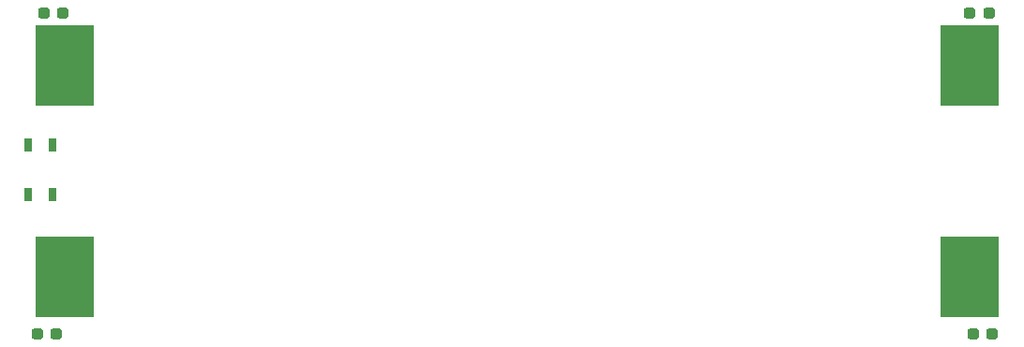
<source format=gbr>
%TF.GenerationSoftware,KiCad,Pcbnew,8.0.2*%
%TF.CreationDate,2024-07-08T12:14:41+08:00*%
%TF.ProjectId,bat_rf,6261745f-7266-42e6-9b69-6361645f7063,rev?*%
%TF.SameCoordinates,Original*%
%TF.FileFunction,Paste,Top*%
%TF.FilePolarity,Positive*%
%FSLAX46Y46*%
G04 Gerber Fmt 4.6, Leading zero omitted, Abs format (unit mm)*
G04 Created by KiCad (PCBNEW 8.0.2) date 2024-07-08 12:14:41*
%MOMM*%
%LPD*%
G01*
G04 APERTURE LIST*
G04 Aperture macros list*
%AMRoundRect*
0 Rectangle with rounded corners*
0 $1 Rounding radius*
0 $2 $3 $4 $5 $6 $7 $8 $9 X,Y pos of 4 corners*
0 Add a 4 corners polygon primitive as box body*
4,1,4,$2,$3,$4,$5,$6,$7,$8,$9,$2,$3,0*
0 Add four circle primitives for the rounded corners*
1,1,$1+$1,$2,$3*
1,1,$1+$1,$4,$5*
1,1,$1+$1,$6,$7*
1,1,$1+$1,$8,$9*
0 Add four rect primitives between the rounded corners*
20,1,$1+$1,$2,$3,$4,$5,0*
20,1,$1+$1,$4,$5,$6,$7,0*
20,1,$1+$1,$6,$7,$8,$9,0*
20,1,$1+$1,$8,$9,$2,$3,0*%
G04 Aperture macros list end*
%ADD10R,5.320000X7.350000*%
%ADD11RoundRect,0.237500X-0.287500X-0.237500X0.287500X-0.237500X0.287500X0.237500X-0.287500X0.237500X0*%
%ADD12RoundRect,0.237500X0.287500X0.237500X-0.287500X0.237500X-0.287500X-0.237500X0.287500X-0.237500X0*%
%ADD13R,0.700000X1.300000*%
G04 APERTURE END LIST*
D10*
%TO.C,BT1*%
X68645000Y-98850000D03*
X150355000Y-98850000D03*
X150355000Y-79750000D03*
X68645000Y-79750000D03*
%TD*%
D11*
%TO.C,D13*%
X66725000Y-75000000D03*
X68475000Y-75000000D03*
%TD*%
D12*
%TO.C,D4*%
X152375000Y-104000000D03*
X150625000Y-104000000D03*
%TD*%
D11*
%TO.C,D3*%
X66125000Y-104000000D03*
X67875000Y-104000000D03*
%TD*%
D12*
%TO.C,D2*%
X152075000Y-75000000D03*
X150325000Y-75000000D03*
%TD*%
D13*
%TO.C,SW1*%
X67475000Y-86950000D03*
X67475000Y-91450000D03*
X65325000Y-86950000D03*
X65325000Y-91450000D03*
%TD*%
M02*

</source>
